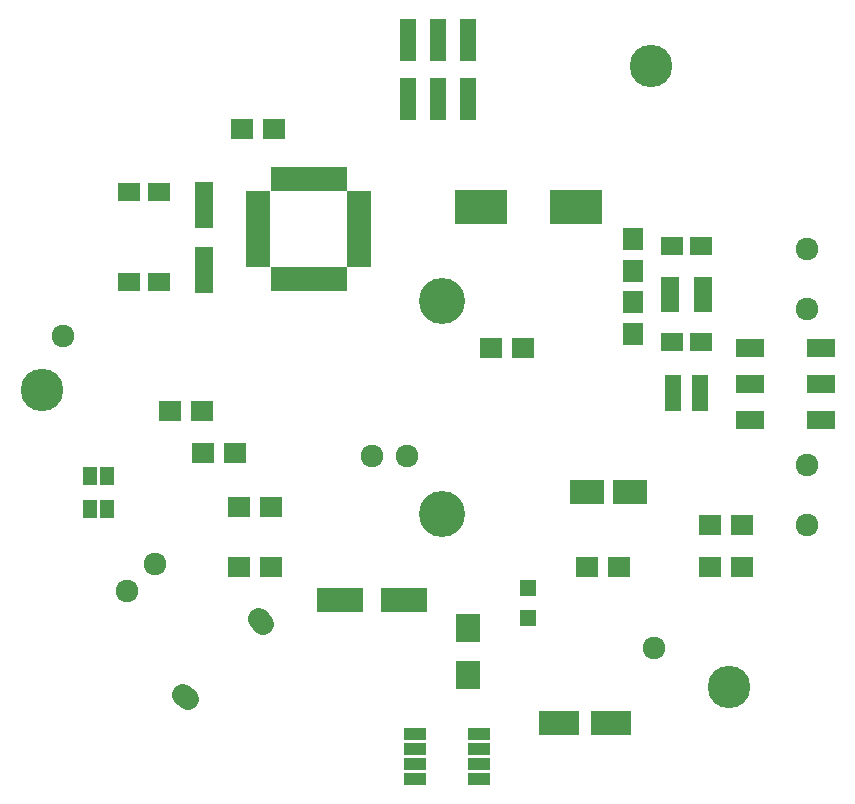
<source format=gbr>
G04 #@! TF.FileFunction,Soldermask,Top*
%FSLAX46Y46*%
G04 Gerber Fmt 4.6, Leading zero omitted, Abs format (unit mm)*
G04 Created by KiCad (PCBNEW 4.0.7) date 07/15/18 17:53:39*
%MOMM*%
%LPD*%
G01*
G04 APERTURE LIST*
%ADD10C,0.100000*%
%ADD11C,1.924000*%
%ADD12C,1.900000*%
%ADD13R,2.000000X0.950000*%
%ADD14R,0.950000X2.000000*%
%ADD15R,1.900000X1.650000*%
%ADD16R,3.400000X2.000000*%
%ADD17R,2.000000X2.400000*%
%ADD18R,3.000000X2.000000*%
%ADD19R,3.900000X2.000000*%
%ADD20R,1.900000X1.700000*%
%ADD21R,1.400000X3.150000*%
%ADD22R,1.700000X1.900000*%
%ADD23R,2.400000X1.500000*%
%ADD24R,4.400000X2.900000*%
%ADD25R,1.500000X1.000000*%
%ADD26R,1.600000X3.900000*%
%ADD27R,1.400000X1.400000*%
%ADD28R,1.950000X1.000000*%
%ADD29C,3.600000*%
%ADD30R,1.400000X3.550000*%
%ADD31R,1.300000X1.600000*%
%ADD32C,3.900000*%
G04 APERTURE END LIST*
D10*
D11*
X125635501Y-113232377D03*
X123300634Y-115567244D03*
D12*
X128432816Y-124650738D02*
X128079262Y-124297184D01*
X134796777Y-118286777D02*
X134443223Y-117933223D01*
D13*
X134434000Y-82106000D03*
X134434000Y-82906000D03*
X134434000Y-83706000D03*
X134434000Y-84506000D03*
X134434000Y-85306000D03*
X134434000Y-86106000D03*
X134434000Y-86906000D03*
X134434000Y-87706000D03*
D14*
X135884000Y-89156000D03*
X136684000Y-89156000D03*
X137484000Y-89156000D03*
X138284000Y-89156000D03*
X139084000Y-89156000D03*
X139884000Y-89156000D03*
X140684000Y-89156000D03*
X141484000Y-89156000D03*
D13*
X142934000Y-87706000D03*
X142934000Y-86906000D03*
X142934000Y-86106000D03*
X142934000Y-85306000D03*
X142934000Y-84506000D03*
X142934000Y-83706000D03*
X142934000Y-82906000D03*
X142934000Y-82106000D03*
D14*
X141484000Y-80656000D03*
X140684000Y-80656000D03*
X139884000Y-80656000D03*
X139084000Y-80656000D03*
X138284000Y-80656000D03*
X137484000Y-80656000D03*
X136684000Y-80656000D03*
X135884000Y-80656000D03*
D15*
X169418000Y-94488000D03*
X171918000Y-94488000D03*
X169438000Y-86360000D03*
X171938000Y-86360000D03*
D16*
X164252000Y-126746000D03*
X159852000Y-126746000D03*
D15*
X125984000Y-81788000D03*
X123484000Y-81788000D03*
X125984000Y-89408000D03*
X123484000Y-89408000D03*
D17*
X152146000Y-122650000D03*
X152146000Y-118650000D03*
D18*
X162284000Y-107188000D03*
X165884000Y-107188000D03*
D19*
X141318000Y-116332000D03*
X146718000Y-116332000D03*
D20*
X172640000Y-113538000D03*
X175340000Y-113538000D03*
D21*
X171838000Y-98806000D03*
X169538000Y-98806000D03*
D11*
X167894000Y-120396000D03*
X117856000Y-93980000D03*
D22*
X166116000Y-85772000D03*
X166116000Y-88472000D03*
X166116000Y-91106000D03*
X166116000Y-93806000D03*
D20*
X133016000Y-76454000D03*
X135716000Y-76454000D03*
X132762000Y-113538000D03*
X135462000Y-113538000D03*
X175340000Y-109982000D03*
X172640000Y-109982000D03*
X129714000Y-103886000D03*
X132414000Y-103886000D03*
X132762000Y-108458000D03*
X135462000Y-108458000D03*
X126920000Y-100330000D03*
X129620000Y-100330000D03*
X154098000Y-94996000D03*
X156798000Y-94996000D03*
X164926000Y-113538000D03*
X162226000Y-113538000D03*
D23*
X176070000Y-94994000D03*
X176070000Y-98044000D03*
X176070000Y-101094000D03*
X182070000Y-98044000D03*
X182070000Y-94994000D03*
X182070000Y-101094000D03*
D24*
X161290000Y-83058000D03*
X153290000Y-83058000D03*
D25*
X169288000Y-91374000D03*
X172088000Y-91374000D03*
X169288000Y-90424000D03*
X172088000Y-90424000D03*
X169288000Y-89474000D03*
X172088000Y-89474000D03*
D26*
X129794000Y-82848000D03*
X129794000Y-88348000D03*
D27*
X157226000Y-115316000D03*
X157226000Y-117816000D03*
D28*
X147668000Y-127635000D03*
X147668000Y-128905000D03*
X147668000Y-130175000D03*
X147668000Y-131445000D03*
X153068000Y-131445000D03*
X153068000Y-130175000D03*
X153068000Y-128905000D03*
X153068000Y-127635000D03*
D11*
X180848000Y-104902000D03*
X180848000Y-109982000D03*
X180848000Y-91694000D03*
X180848000Y-86614000D03*
D29*
X116078000Y-98552000D03*
X167640000Y-71120000D03*
X174244000Y-123698000D03*
D30*
X147066000Y-73899000D03*
X147066000Y-68849000D03*
X149606000Y-73899000D03*
X149606000Y-68849000D03*
X152146000Y-73899000D03*
X152146000Y-68849000D03*
D31*
X120179000Y-108588000D03*
X120179000Y-105788000D03*
X121629000Y-108588000D03*
X121629000Y-105788000D03*
D32*
X150000000Y-91000000D03*
X150000000Y-109000000D03*
D11*
X144042000Y-104108000D03*
X147042000Y-104108000D03*
M02*

</source>
